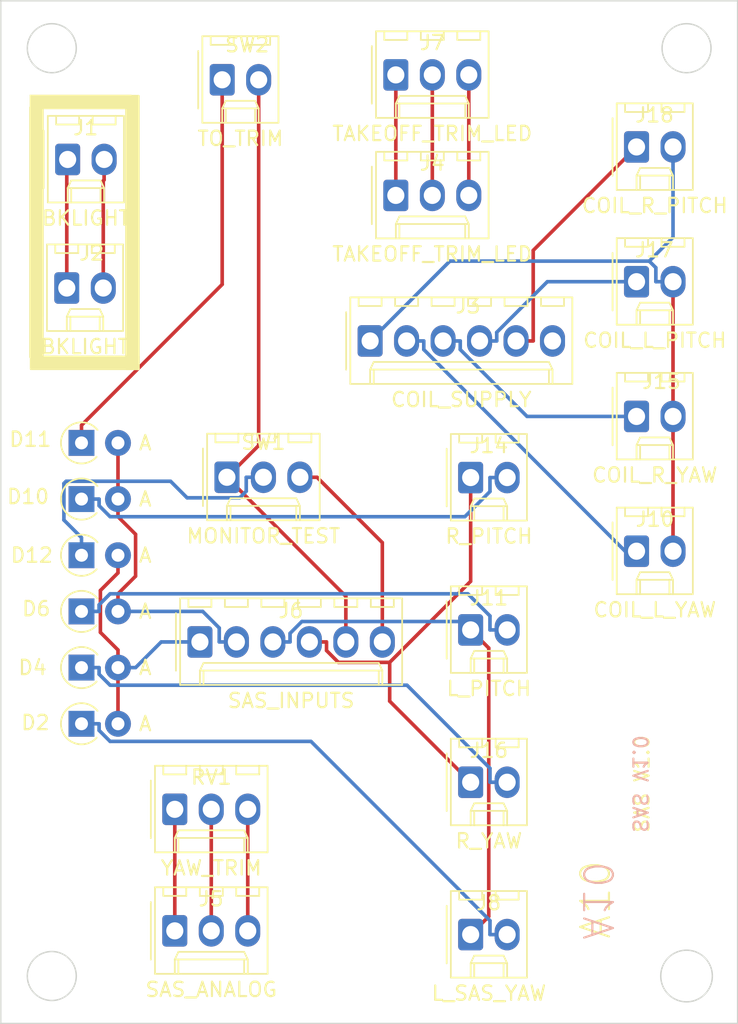
<source format=kicad_pcb>
(kicad_pcb (version 20221018) (generator pcbnew)
  (layers (0 "F.Cu" signal) (31 "B.Cu" signal) (34 "B.Paste" user) (35 "F.Paste" user) (36 "B.SilkS" user "B.Silkscreen") (37 "F.SilkS" user "F.Silkscreen") (38 "B.Mask" user) (39 "F.Mask" user) (44 "Edge.Cuts" user))
  (net 0 "")
  (net 1 "/COIL_28V")
  (net 2 "/COIL_L_YAW")
  (net 3 "Net-(D2-K)")
  (net 4 "/COL9")
  (net 5 "/COIL_R_YAW")
  (net 6 "Net-(D4-K)")
  (net 7 "/COIL_L_PITCH")
  (net 8 "Net-(D6-K)")
  (net 9 "/COL10")
  (net 10 "/COIL_R_PITCH")
  (net 11 "Net-(D10-K)")
  (net 12 "Net-(D11-K)")
  (net 13 "/ROW0")
  (net 14 "/ROW1")
  (net 15 "/ROW2")
  (net 16 "Net-(D12-K)")
  (net 17 "Net-(J1-Pin_1)")
  (net 18 "Net-(J1-Pin_2)")
  (net 20 "/ANALOG_5V")
  (net 21 "/YAW_TRIM")
  (net 22 "/ANALOG_GND")
  (net 23 "/ROW3")
  (net 24 "Net-(J4-Pin_3)")
  (net 25 "Net-(J4-Pin_2)")
  (net 26 "Net-(J4-Pin_1)")
  (footprint "Diode_THT:D_A-405_P2.54mm_Vertical_AnodeUp" (layer "F.Cu") (at 111.415 90.504)
    (fp_text reference "D4" (at -3.405 0) (layer "F.SilkS"))
    (fp_text value "D")
    (fp_text user "A" (at 4.44 0) (layer "F.SilkS"))
    (pad "1" thru_hole rect (at 0 0) (size 1.8 1.8) (drill 0.9) (layers "*.Cu" "*.Mask") (net 6 "Net-(D4-K)"))
    (pad "2" thru_hole oval (at 2.54 0) (size 1.8 1.8) (drill 0.9) (layers "*.Cu" "*.Mask") (net 4 "/COL9"))
  )
  (footprint "Connector_Molex:Molex_KK-254_AE-6410-03A_1x03_P2.54mm_Vertical" (layer "F.Cu") (at 117.91 108.81)
    (fp_text reference "J5" (at 2.53 -2.22) (layer "F.SilkS"))
    (fp_text value "SAS_ANALOG" (at 2.54 4.08) (layer "F.SilkS"))
    (pad "1" thru_hole roundrect (at 0 0) (size 1.74 2.19) (drill 1.19) (layers "*.Cu" "*.Mask") (roundrect_rratio 0.1436781609) (net 20 "/ANALOG_5V"))
    (pad "2" thru_hole oval (at 2.54 0) (size 1.74 2.19) (drill 1.19) (layers "*.Cu" "*.Mask") (net 21 "/YAW_TRIM"))
    (pad "3" thru_hole oval (at 5.08 0) (size 1.74 2.19) (drill 1.19) (layers "*.Cu" "*.Mask") (net 22 "/ANALOG_GND"))
  )
  (footprint "Connector_Molex:Molex_KK-254_AE-6410-03A_1x03_P2.54mm_Vertical" (layer "F.Cu") (at 133.3 57.67)
    (fp_text reference "J4" (at 2.54 -2.24) (layer "F.SilkS"))
    (fp_text value "TAKEOFF_TRIM_LED" (at 2.54 4.08) (layer "F.SilkS"))
    (pad "1" thru_hole roundrect (at 0 0) (size 1.74 2.19) (drill 1.19) (layers "*.Cu" "*.Mask") (roundrect_rratio 0.1436781609) (net 26 "Net-(J4-Pin_1)"))
    (pad "2" thru_hole oval (at 2.54 0) (size 1.74 2.19) (drill 1.19) (layers "*.Cu" "*.Mask") (net 25 "Net-(J4-Pin_2)"))
    (pad "3" thru_hole oval (at 5.08 0) (size 1.74 2.19) (drill 1.19) (layers "*.Cu" "*.Mask") (net 24 "Net-(J4-Pin_3)"))
  )
  (footprint "Diode_THT:D_A-405_P2.54mm_Vertical_AnodeUp" (layer "F.Cu") (at 111.415 78.786)
    (fp_text reference "D10" (at -3.72 -0.17) (layer "F.SilkS"))
    (fp_text value "D")
    (fp_text user "A" (at 4.44 0) (layer "F.SilkS"))
    (pad "1" thru_hole rect (at 0 0) (size 1.8 1.8) (drill 0.9) (layers "*.Cu" "*.Mask") (net 11 "Net-(D10-K)"))
    (pad "2" thru_hole oval (at 2.54 0) (size 1.8 1.8) (drill 0.9) (layers "*.Cu" "*.Mask") (net 9 "/COL10"))
  )
  (footprint "Connector_Molex:Molex_KK-254_AE-6410-02A_1x02_P2.54mm_Vertical" (layer "F.Cu") (at 138.51 109.07)
    (fp_text reference "J8" (at 1.26 -2.21) (layer "F.SilkS"))
    (fp_text value "L_SAS_YAW" (at 1.27 4.08) (layer "F.SilkS"))
    (pad "1" thru_hole roundrect (at 0 0) (size 1.74 2.19) (drill 1.19) (layers "*.Cu" "*.Mask") (roundrect_rratio 0.1436781609) (net 13 "/ROW0"))
    (pad "2" thru_hole oval (at 2.54 0) (size 1.74 2.19) (drill 1.19) (layers "*.Cu" "*.Mask") (net 3 "Net-(D2-K)"))
  )
  (footprint "Connector_Molex:Molex_KK-254_AE-6410-03A_1x03_P2.54mm_Vertical" (layer "F.Cu") (at 133.3 49.29)
    (fp_text reference "J7" (at 2.55 -2.24) (layer "F.SilkS"))
    (fp_text value "TAKEOFF_TRIM_LED" (at 2.54 4.08) (layer "F.SilkS"))
    (pad "1" thru_hole roundrect (at 0 0) (size 1.74 2.19) (drill 1.19) (layers "*.Cu" "*.Mask") (roundrect_rratio 0.1436781609) (net 26 "Net-(J4-Pin_1)"))
    (pad "2" thru_hole oval (at 2.54 0) (size 1.74 2.19) (drill 1.19) (layers "*.Cu" "*.Mask") (net 25 "Net-(J4-Pin_2)"))
    (pad "3" thru_hole oval (at 5.08 0) (size 1.74 2.19) (drill 1.19) (layers "*.Cu" "*.Mask") (net 24 "Net-(J4-Pin_3)"))
  )
  (footprint "Connector_Molex:Molex_KK-254_AE-6410-02A_1x02_P2.54mm_Vertical" (layer "F.Cu") (at 110.39 64.11)
    (fp_text reference "J2" (at 1.74 -2.43) (layer "F.SilkS"))
    (fp_text value "BKLIGHT" (at 1.27 4.08) (layer "F.SilkS"))
    (pad "1" thru_hole roundrect (at 0 0) (size 1.74 2.19) (drill 1.19) (layers "*.Cu" "*.Mask") (roundrect_rratio 0.1436781609) (net 17 "Net-(J1-Pin_1)"))
    (pad "2" thru_hole oval (at 2.54 0) (size 1.74 2.19) (drill 1.19) (layers "*.Cu" "*.Mask") (net 18 "Net-(J1-Pin_2)"))
  )
  (footprint "Connector_Molex:Molex_KK-254_AE-6410-02A_1x02_P2.54mm_Vertical" (layer "F.Cu") (at 150.06 73.04)
    (fp_text reference "J15" (at 1.74 -2.43) (layer "F.SilkS"))
    (fp_text value "COIL_R_YAW" (at 1.27 4.08) (layer "F.SilkS"))
    (pad "1" thru_hole roundrect (at 0 0) (size 1.74 2.19) (drill 1.19) (layers "*.Cu" "*.Mask") (roundrect_rratio 0.1436781609) (net 5 "/COIL_R_YAW"))
    (pad "2" thru_hole oval (at 2.54 0) (size 1.74 2.19) (drill 1.19) (layers "*.Cu" "*.Mask") (net 1 "/COIL_28V"))
  )
  (footprint "Diode_THT:D_A-405_P2.54mm_Vertical_AnodeUp" (layer "F.Cu") (at 111.415 74.88)
    (fp_text reference "D11" (at -3.565 -0.25) (layer "F.SilkS"))
    (fp_text value "D")
    (fp_text user "A" (at 4.44 0) (layer "F.SilkS"))
    (pad "1" thru_hole rect (at 0 0) (size 1.8 1.8) (drill 0.9) (layers "*.Cu" "*.Mask") (net 12 "Net-(D11-K)"))
    (pad "2" thru_hole oval (at 2.54 0) (size 1.8 1.8) (drill 0.9) (layers "*.Cu" "*.Mask") (net 9 "/COL10"))
  )
  (footprint "Diode_THT:D_A-405_P2.54mm_Vertical_AnodeUp" (layer "F.Cu") (at 111.415 82.692)
    (fp_text reference "D12" (at -3.46 0) (layer "F.SilkS"))
    (fp_text value "D")
    (fp_text user "A" (at 4.44 0) (layer "F.SilkS"))
    (pad "1" thru_hole rect (at 0 0) (size 1.8 1.8) (drill 0.9) (layers "*.Cu" "*.Mask") (net 16 "Net-(D12-K)"))
    (pad "2" thru_hole oval (at 2.54 0) (size 1.8 1.8) (drill 0.9) (layers "*.Cu" "*.Mask") (net 4 "/COL9"))
  )
  (footprint "Connector_Molex:Molex_KK-254_AE-6410-02A_1x02_P2.54mm_Vertical" (layer "F.Cu") (at 138.51 87.8833)
    (fp_text reference "J11" (at 1.27 -2.22) (layer "F.SilkS"))
    (fp_text value "L_PITCH" (at 1.27 4.08) (layer "F.SilkS"))
    (pad "1" thru_hole roundrect (at 0 0) (size 1.74 2.19) (drill 1.19) (layers "*.Cu" "*.Mask") (roundrect_rratio 0.1436781609) (net 13 "/ROW0"))
    (pad "2" thru_hole oval (at 2.54 0) (size 1.74 2.19) (drill 1.19) (layers "*.Cu" "*.Mask") (net 8 "Net-(D6-K)"))
  )
  (footprint "Connector_Molex:Molex_KK-254_AE-6410-06A_1x06_P2.54mm_Vertical" (layer "F.Cu") (at 131.51 67.79)
    (fp_text reference "J3" (at 6.82 -2.43) (layer "F.SilkS"))
    (fp_text value "COIL_SUPPLY" (at 6.35 4.08) (layer "F.SilkS"))
    (pad "1" thru_hole roundrect (at 0 0) (size 1.74 2.19) (drill 1.19) (layers "*.Cu" "*.Mask") (roundrect_rratio 0.1436781609) (net 1 "/COIL_28V"))
    (pad "2" thru_hole oval (at 2.54 0) (size 1.74 2.19) (drill 1.19) (layers "*.Cu" "*.Mask") (net 2 "/COIL_L_YAW"))
    (pad "3" thru_hole oval (at 5.08 0) (size 1.74 2.19) (drill 1.19) (layers "*.Cu" "*.Mask") (net 5 "/COIL_R_YAW"))
    (pad "4" thru_hole oval (at 7.62 0) (size 1.74 2.19) (drill 1.19) (layers "*.Cu" "*.Mask") (net 7 "/COIL_L_PITCH"))
    (pad "5" thru_hole oval (at 10.16 0) (size 1.74 2.19) (drill 1.19) (layers "*.Cu" "*.Mask") (net 10 "/COIL_R_PITCH"))
    (pad "6" thru_hole oval (at 12.7 0) (size 1.74 2.19) (drill 1.19) (layers "*.Cu" "*.Mask"))
  )
  (footprint "Connector_Molex:Molex_KK-254_AE-6410-02A_1x02_P2.54mm_Vertical" (layer "F.Cu") (at 150.06 63.67)
    (fp_text reference "J17" (at 1.24 -2.21) (layer "F.SilkS"))
    (fp_text value "COIL_L_PITCH" (at 1.27 4.08) (layer "F.SilkS"))
    (pad "1" thru_hole roundrect (at 0 0) (size 1.74 2.19) (drill 1.19) (layers "*.Cu" "*.Mask") (roundrect_rratio 0.1436781609) (net 7 "/COIL_L_PITCH"))
    (pad "2" thru_hole oval (at 2.54 0) (size 1.74 2.19) (drill 1.19) (layers "*.Cu" "*.Mask") (net 1 "/COIL_28V"))
  )
  (footprint "Connector_Molex:Molex_KK-254_AE-6410-02A_1x02_P2.54mm_Vertical" (layer "F.Cu") (at 138.51 98.4767)
    (fp_text reference "J16" (at 1.27 -2.21) (layer "F.SilkS"))
    (fp_text value "R_YAW" (at 1.27 4.08) (layer "F.SilkS"))
    (pad "1" thru_hole roundrect (at 0 0) (size 1.74 2.19) (drill 1.19) (layers "*.Cu" "*.Mask") (roundrect_rratio 0.1436781609) (net 14 "/ROW1"))
    (pad "2" thru_hole oval (at 2.54 0) (size 1.74 2.19) (drill 1.19) (layers "*.Cu" "*.Mask") (net 6 "Net-(D4-K)"))
  )
  (footprint "Diode_THT:D_A-405_P2.54mm_Vertical_AnodeUp" (layer "F.Cu") (at 111.415 86.598)
    (fp_text reference "D6" (at -3.15 -0.185) (layer "F.SilkS"))
    (fp_text value "D")
    (fp_text user "A" (at 4.44 0) (layer "F.SilkS"))
    (pad "1" thru_hole rect (at 0 0) (size 1.8 1.8) (drill 0.9) (layers "*.Cu" "*.Mask") (net 8 "Net-(D6-K)"))
    (pad "2" thru_hole oval (at 2.54 0) (size 1.8 1.8) (drill 0.9) (layers "*.Cu" "*.Mask") (net 9 "/COL10"))
  )
  (footprint "Connector_Molex:Molex_KK-254_AE-6410-03A_1x03_P2.54mm_Vertical" (layer "F.Cu") (at 121.54 77.27)
    (fp_text reference "SW1" (at 2.54 -2.43) (layer "F.SilkS"))
    (fp_text value "MONITOR_TEST" (at 2.54 4.08) (layer "F.SilkS"))
    (pad "1" thru_hole roundrect (at 0 0) (size 1.74 2.19) (drill 1.19) (layers "*.Cu" "*.Mask") (roundrect_rratio 0.1436781609) (net 15 "/ROW2"))
    (pad "2" thru_hole oval (at 2.54 0) (size 1.74 2.19) (drill 1.19) (layers "*.Cu" "*.Mask") (net 16 "Net-(D12-K)"))
    (pad "3" thru_hole oval (at 5.08 0) (size 1.74 2.19) (drill 1.19) (layers "*.Cu" "*.Mask") (net 23 "/ROW3"))
  )
  (footprint "Connector_Molex:Molex_KK-254_AE-6410-02A_1x02_P2.54mm_Vertical" (layer "F.Cu") (at 150.06 82.41)
    (fp_text reference "J10" (at 1.29 -2.22) (layer "F.SilkS"))
    (fp_text value "COIL_L_YAW" (at 1.27 4.08) (layer "F.SilkS"))
    (pad "1" thru_hole roundrect (at 0 0) (size 1.74 2.19) (drill 1.19) (layers "*.Cu" "*.Mask") (roundrect_rratio 0.1436781609) (net 2 "/COIL_L_YAW"))
    (pad "2" thru_hole oval (at 2.54 0) (size 1.74 2.19) (drill 1.19) (layers "*.Cu" "*.Mask") (net 1 "/COIL_28V"))
  )
  (footprint "Connector_Molex:Molex_KK-254_AE-6410-02A_1x02_P2.54mm_Vertical" (layer "F.Cu") (at 150.06 54.3)
    (fp_text reference "J18" (at 1.26 -2.22) (layer "F.SilkS"))
    (fp_text value "COIL_R_PITCH" (at 1.27 4.08) (layer "F.SilkS"))
    (pad "1" thru_hole roundrect (at 0 0) (size 1.74 2.19) (drill 1.19) (layers "*.Cu" "*.Mask") (roundrect_rratio 0.1436781609) (net 10 "/COIL_R_PITCH"))
    (pad "2" thru_hole oval (at 2.54 0) (size 1.74 2.19) (drill 1.19) (layers "*.Cu" "*.Mask") (net 1 "/COIL_28V"))
  )
  (footprint "Connector_Molex:Molex_KK-254_AE-6410-03A_1x03_P2.54mm_Vertical" (layer "F.Cu") (at 117.91 100.36)
    (fp_text reference "RV1" (at 2.54 -2.23) (layer "F.SilkS"))
    (fp_text value "YAW_TRIM" (at 2.54 4.08) (layer "F.SilkS"))
    (pad "1" thru_hole roundrect (at 0 0) (size 1.74 2.19) (drill 1.19) (layers "*.Cu" "*.Mask") (roundrect_rratio 0.1436781609) (net 20 "/ANALOG_5V"))
    (pad "2" thru_hole oval (at 2.54 0) (size 1.74 2.19) (drill 1.19) (layers "*.Cu" "*.Mask") (net 21 "/YAW_TRIM"))
    (pad "3" thru_hole oval (at 5.08 0) (size 1.74 2.19) (drill 1.19) (layers "*.Cu" "*.Mask") (net 22 "/ANALOG_GND"))
  )
  (footprint "Connector_Molex:Molex_KK-254_AE-6410-02A_1x02_P2.54mm_Vertical" (layer "F.Cu") (at 138.51 77.29)
    (fp_text reference "J14" (at 1.27 -2.22) (layer "F.SilkS"))
    (fp_text value "R_PITCH" (at 1.27 4.08) (layer "F.SilkS"))
    (pad "1" thru_hole roundrect (at 0 0) (size 1.74 2.19) (drill 1.19) (layers "*.Cu" "*.Mask") (roundrect_rratio 0.1436781609) (net 14 "/ROW1"))
    (pad "2" thru_hole oval (at 2.54 0) (size 1.74 2.19) (drill 1.19) (layers "*.Cu" "*.Mask") (net 11 "Net-(D10-K)"))
  )
  (footprint "Connector_Molex:Molex_KK-254_AE-6410-02A_1x02_P2.54mm_Vertical" (layer "F.Cu") (at 121.21 49.63)
    (fp_text reference "SW2" (at 1.74 -2.43) (layer "F.SilkS"))
    (fp_text value "TO_TRIM" (at 1.27 4.08) (layer "F.SilkS"))
    (pad "1" thru_hole roundrect (at 0 0) (size 1.74 2.19) (drill 1.19) (layers "*.Cu" "*.Mask") (roundrect_rratio 0.1436781609) (net 12 "Net-(D11-K)"))
    (pad "2" thru_hole oval (at 2.54 0) (size 1.74 2.19) (drill 1.19) (layers "*.Cu" "*.Mask") (net 15 "/ROW2"))
  )
  (footprint "Connector_Molex:Molex_KK-254_AE-6410-02A_1x02_P2.54mm_Vertical" (layer "F.Cu") (at 110.45 55.17)
    (fp_text reference "J1" (at 1.26 -2.2) (layer "F.SilkS"))
    (fp_text value "BKLIGHT" (at 1.27 4.08) (layer "F.SilkS"))
    (pad "1" thru_hole roundrect (at 0 0) (size 1.74 2.19) (drill 1.19) (layers "*.Cu" "*.Mask") (roundrect_rratio 0.1436781609) (net 17 "Net-(J1-Pin_1)"))
    (pad "2" thru_hole oval (at 2.54 0) (size 1.74 2.19) (drill 1.19) (layers "*.Cu" "*.Mask") (net 18 "Net-(J1-Pin_2)"))
  )
  (footprint "Connector_Molex:Molex_KK-254_AE-6410-06A_1x06_P2.54mm_Vertical" (layer "F.Cu") (at 119.66 88.72)
    (fp_text reference "J6" (at 6.34 -2.17) (layer "F.SilkS"))
    (fp_text value "SAS_INPUTS" (at 6.35 4.08) (layer "F.SilkS"))
    (pad "1" thru_hole roundrect (at 0 0) (size 1.74 2.19) (drill 1.19) (layers "*.Cu" "*.Mask") (roundrect_rratio 0.1436781609) (net 4 "/COL9"))
    (pad "2" thru_hole oval (at 2.54 0) (size 1.74 2.19) (drill 1.19) (layers "*.Cu" "*.Mask") (net 9 "/COL10"))
    (pad "3" thru_hole oval (at 5.08 0) (size 1.74 2.19) (drill 1.19) (layers "*.Cu" "*.Mask") (net 13 "/ROW0"))
    (pad "4" thru_hole oval (at 7.62 0) (size 1.74 2.19) (drill 1.19) (layers "*.Cu" "*.Mask") (net 14 "/ROW1"))
    (pad "5" thru_hole oval (at 10.16 0) (size 1.74 2.19) (drill 1.19) (layers "*.Cu" "*.Mask") (net 15 "/ROW2"))
    (pad "6" thru_hole oval (at 12.7 0) (size 1.74 2.19) (drill 1.19) (layers "*.Cu" "*.Mask") (net 23 "/ROW3"))
  )
  (footprint "Diode_THT:D_A-405_P2.54mm_Vertical_AnodeUp" (layer "F.Cu") (at 111.415 94.41)
    (fp_text reference "D2" (at -3.21 -0.08) (layer "F.SilkS"))
    (fp_text value "D")
    (fp_text user "A" (at 4.44 0) (layer "F.SilkS"))
    (pad "1" thru_hole rect (at 0 0) (size 1.8 1.8) (drill 0.9) (layers "*.Cu" "*.Mask") (net 3 "Net-(D2-K)"))
    (pad "2" thru_hole oval (at 2.54 0) (size 1.8 1.8) (drill 0.9) (layers "*.Cu" "*.Mask") (net 4 "/COL9"))
  )
  (gr_rect (start 115.39 50.7546) (end 114.53 69.74) (stroke (width 0.15)) (fill solid) (layer "F.SilkS"))
  (gr_rect (start 108.71 51.5823) (end 107.85 68.9177) (stroke (width 0.15)) (fill solid) (layer "F.SilkS"))
  (gr_rect (start 115.39 68.88) (end 107.89 69.74) (stroke (width 0.15)) (fill solid) (layer "F.SilkS"))
  (gr_rect (start 114.87 50.7423) (end 107.88 51.6023) (stroke (width 0.15)) (fill solid) (layer "F.SilkS"))
  (gr_rect locked (start 105.79 44.132) (end 157.098 115.252) (stroke (width 0.1)) (fill none) (layer "Edge.Cuts"))
  (gr_circle locked (center 153.542 47.434) (end 154.304 45.91) (stroke (width 0.1)) (fill none) (layer "Edge.Cuts"))
  (gr_circle locked (center 109.346 47.434) (end 110.108 45.91) (stroke (width 0.1)) (fill none) (layer "Edge.Cuts"))
  (gr_circle locked (center 109.346 111.95) (end 110.108 110.426) (stroke (width 0.1)) (fill none) (layer "Edge.Cuts"))
  (gr_circle locked (center 153.542 111.95) (end 153.796 110.172) (stroke (width 0.1)) (fill none) (layer "Edge.Cuts"))
  (gr_text "SAS V1.0" (at 149.71 102.07 -90) (layer "B.SilkS") (effects (font (size 1 1)) (justify left bottom mirror)))
  (gr_text "A10" (at 146.16 109.57 -90) (layer "B.SilkS") (effects (font (size 2 2)) (justify left bottom mirror)))
  (gr_text "A10" (at 148.39 109.49 90) (layer "F.SilkS") (effects (font (size 2 2)) (justify left bottom)))
  (gr_text "SAS V1.0" (at 151.03 102.07 90) (layer "F.SilkS") (effects (font (size 1 1)) (justify left bottom)))
  (segment (start 152.6 73.04) (end 152.6 63.67) (width 0.25) (layer "F.Cu") (net 1))
  (segment (start 152.6 82.41) (end 152.6 73.04) (width 0.25) (layer "F.Cu") (net 1))
  (segment (start 151.4047 63.67) (end 151.4047 62.6988) (width 0.25) (layer "B.Cu") (net 1))
  (segment (start 137.0608 62.2392) (end 131.51 67.79) (width 0.25) (layer "B.Cu") (net 1))
  (segment (start 152.6 63.67) (end 151.4047 63.67) (width 0.25) (layer "B.Cu") (net 1))
  (segment (start 152.6 60.5843) (end 152.6 54.3) (width 0.25) (layer "B.Cu") (net 1))
  (segment (start 150.9451 62.2392) (end 152.6 60.5843) (width 0.25) (layer "B.Cu") (net 1))
  (segment (start 150.9451 62.2392) (end 137.0608 62.2392) (width 0.25) (layer "B.Cu") (net 1))
  (segment (start 151.4047 62.6988) (end 150.9451 62.2392) (width 0.25) (layer "B.Cu") (net 1))
  (segment (start 134.05 67.79) (end 135.2453 67.79) (width 0.25) (layer "B.Cu") (net 2))
  (segment (start 135.2453 68.3876) (end 135.2453 67.79) (width 0.25) (layer "B.Cu") (net 2))
  (segment (start 149.2677 82.41) (end 135.2453 68.3876) (width 0.25) (layer "B.Cu") (net 2))
  (segment (start 150.06 82.41) (end 149.2677 82.41) (width 0.25) (layer "B.Cu") (net 2))
  (segment (start 127.3912 95.6353) (end 113.406 95.6353) (width 0.25) (layer "B.Cu") (net 3))
  (segment (start 141.05 109.07) (end 139.8547 109.07) (width 0.25) (layer "B.Cu") (net 3))
  (segment (start 139.8547 109.07) (end 139.8547 108.0988) (width 0.25) (layer "B.Cu") (net 3))
  (segment (start 112.6403 94.8696) (end 112.6403 94.41) (width 0.25) (layer "B.Cu") (net 3))
  (segment (start 111.415 94.41) (end 112.6403 94.41) (width 0.25) (layer "B.Cu") (net 3))
  (segment (start 113.406 95.6353) (end 112.6403 94.8696) (width 0.25) (layer "B.Cu") (net 3))
  (segment (start 139.8547 108.0988) (end 127.3912 95.6353) (width 0.25) (layer "B.Cu") (net 3))
  (segment (start 112.7297 88.0534) (end 113.955 89.2787) (width 0.25) (layer "F.Cu") (net 4))
  (segment (start 113.955 90.504) (end 113.955 89.2787) (width 0.25) (layer "F.Cu") (net 4))
  (segment (start 113.955 94.41) (end 113.955 90.504) (width 0.25) (layer "F.Cu") (net 4))
  (segment (start 112.7297 85.1426) (end 112.7297 88.0534) (width 0.25) (layer "F.Cu") (net 4))
  (segment (start 113.955 82.692) (end 113.955 83.9173) (width 0.25) (layer "F.Cu") (net 4))
  (segment (start 113.955 83.9173) (end 112.7297 85.1426) (width 0.25) (layer "F.Cu") (net 4))
  (segment (start 116.9643 88.72) (end 115.1803 90.504) (width 0.25) (layer "B.Cu") (net 4))
  (segment (start 119.66 88.72) (end 116.9643 88.72) (width 0.25) (layer "B.Cu") (net 4))
  (segment (start 113.955 90.504) (end 115.1803 90.504) (width 0.25) (layer "B.Cu") (net 4))
  (segment (start 137.7853 68.3877) (end 137.7853 67.79) (width 0.25) (layer "B.Cu") (net 5))
  (segment (start 150.06 73.04) (end 142.4376 73.04) (width 0.25) (layer "B.Cu") (net 5))
  (segment (start 136.59 67.79) (end 137.7853 67.79) (width 0.25) (layer "B.Cu") (net 5))
  (segment (start 142.4376 73.04) (end 137.7853 68.3877) (width 0.25) (layer "B.Cu") (net 5))
  (segment (start 139.8547 97.5055) (end 134.0785 91.7293) (width 0.25) (layer "B.Cu") (net 6))
  (segment (start 141.05 98.4767) (end 139.8547 98.4767) (width 0.25) (layer "B.Cu") (net 6))
  (segment (start 111.415 90.504) (end 112.6403 90.504) (width 0.25) (layer "B.Cu") (net 6))
  (segment (start 139.8547 98.4767) (end 139.8547 97.5055) (width 0.25) (layer "B.Cu") (net 6))
  (segment (start 113.406 91.7293) (end 112.6403 90.9636) (width 0.25) (layer "B.Cu") (net 6))
  (segment (start 134.0785 91.7293) (end 113.406 91.7293) (width 0.25) (layer "B.Cu") (net 6))
  (segment (start 112.6403 90.9636) (end 112.6403 90.504) (width 0.25) (layer "B.Cu") (net 6))
  (segment (start 150.06 63.67) (end 143.8476 63.67) (width 0.25) (layer "B.Cu") (net 7))
  (segment (start 143.8476 63.67) (end 140.3253 67.1923) (width 0.25) (layer "B.Cu") (net 7))
  (segment (start 139.13 67.79) (end 140.3253 67.79) (width 0.25) (layer "B.Cu") (net 7))
  (segment (start 140.3253 67.1923) (end 140.3253 67.79) (width 0.25) (layer "B.Cu") (net 7))
  (segment (start 139.8547 87.8833) (end 139.8547 86.9121) (width 0.25) (layer "B.Cu") (net 8))
  (segment (start 138.3153 85.3727) (end 113.406 85.3727) (width 0.25) (layer "B.Cu") (net 8))
  (segment (start 113.406 85.3727) (end 112.6403 86.1384) (width 0.25) (layer "B.Cu") (net 8))
  (segment (start 141.05 87.8833) (end 139.8547 87.8833) (width 0.25) (layer "B.Cu") (net 8))
  (segment (start 139.8547 86.9121) (end 138.3153 85.3727) (width 0.25) (layer "B.Cu") (net 8))
  (segment (start 112.6403 86.1384) (end 112.6403 86.598) (width 0.25) (layer "B.Cu") (net 8))
  (segment (start 111.415 86.598) (end 112.6403 86.598) (width 0.25) (layer "B.Cu") (net 8))
  (segment (start 115.1803 84.1474) (end 115.1803 81.2366) (width 0.25) (layer "F.Cu") (net 9))
  (segment (start 113.955 85.3727) (end 115.1803 84.1474) (width 0.25) (layer "F.Cu") (net 9))
  (segment (start 115.1803 81.2366) (end 113.955 80.0113) (width 0.25) (layer "F.Cu") (net 9))
  (segment (start 113.955 78.786) (end 113.955 80.0113) (width 0.25) (layer "F.Cu") (net 9))
  (segment (start 113.955 86.598) (end 113.955 85.3727) (width 0.25) (layer "F.Cu") (net 9))
  (segment (start 113.955 78.786) (end 113.955 74.88) (width 0.25) (layer "F.Cu") (net 9))
  (segment (start 119.8539 86.598) (end 113.955 86.598) (width 0.25) (layer "B.Cu") (net 9))
  (segment (start 122.2 88.72) (end 121.0047 88.72) (width 0.25) (layer "B.Cu") (net 9))
  (segment (start 121.0047 87.7488) (end 119.8539 86.598) (width 0.25) (layer "B.Cu") (net 9))
  (segment (start 121.0047 88.72) (end 121.0047 87.7488) (width 0.25) (layer "B.Cu") (net 9))
  (segment (start 141.67 67.79) (end 142.8653 67.79) (width 0.25) (layer "F.Cu") (net 10))
  (segment (start 142.8653 61.4947) (end 142.8653 67.79) (width 0.25) (layer "F.Cu") (net 10))
  (segment (start 150.06 54.3) (end 142.8653 61.4947) (width 0.25) (layer "F.Cu") (net 10))
  (segment (start 112.6403 79.2456) (end 112.6403 78.786) (width 0.25) (layer "B.Cu") (net 11))
  (segment (start 141.05 77.29) (end 139.8547 77.29) (width 0.25) (layer "B.Cu") (net 11))
  (segment (start 111.415 78.786) (end 112.6403 78.786) (width 0.25) (layer "B.Cu") (net 11))
  (segment (start 139.8547 78.2612) (end 138.1046 80.0113) (width 0.25) (layer "B.Cu") (net 11))
  (segment (start 138.1046 80.0113) (end 113.406 80.0113) (width 0.25) (layer "B.Cu") (net 11))
  (segment (start 139.8547 77.29) (end 139.8547 78.2612) (width 0.25) (layer "B.Cu") (net 11))
  (segment (start 113.406 80.0113) (end 112.6403 79.2456) (width 0.25) (layer "B.Cu") (net 11))
  (segment (start 121.21 49.63) (end 121.21 63.8597) (width 0.25) (layer "F.Cu") (net 12))
  (segment (start 111.415 74.88) (end 111.415 73.6547) (width 0.25) (layer "F.Cu") (net 12))
  (segment (start 121.21 63.8597) (end 111.415 73.6547) (width 0.25) (layer "F.Cu") (net 12))
  (segment (start 138.51 109.07) (end 139.7706 107.8094) (width 0.25) (layer "F.Cu") (net 13))
  (segment (start 139.7706 89.1439) (end 138.51 87.8833) (width 0.25) (layer "F.Cu") (net 13))
  (segment (start 139.7706 107.8094) (end 139.7706 89.1439) (width 0.25) (layer "F.Cu") (net 13))
  (segment (start 138.51 87.8833) (end 137.9262 87.2995) (width 0.25) (layer "B.Cu") (net 13))
  (segment (start 126.7581 87.2995) (end 125.9353 88.1223) (width 0.25) (layer "B.Cu") (net 13))
  (segment (start 137.9262 87.2995) (end 126.7581 87.2995) (width 0.25) (layer "B.Cu") (net 13))
  (segment (start 124.74 88.72) (end 125.9353 88.72) (width 0.25) (layer "B.Cu") (net 13))
  (segment (start 125.9353 88.1223) (end 125.9353 88.72) (width 0.25) (layer "B.Cu") (net 13))
  (segment (start 138.51 84.5026) (end 132.8722 90.1404) (width 0.25) (layer "F.Cu") (net 14))
  (segment (start 128.4753 89.3177) (end 128.4753 88.72) (width 0.25) (layer "F.Cu") (net 14))
  (segment (start 138.51 77.29) (end 138.51 84.5026) (width 0.25) (layer "F.Cu") (net 14))
  (segment (start 132.8722 90.1404) (end 129.298 90.1404) (width 0.25) (layer "F.Cu") (net 14))
  (segment (start 127.28 88.72) (end 128.4753 88.72) (width 0.25) (layer "F.Cu") (net 14))
  (segment (start 132.8722 92.8389) (end 132.8722 90.1404) (width 0.25) (layer "F.Cu") (net 14))
  (segment (start 129.298 90.1404) (end 128.4753 89.3177) (width 0.25) (layer "F.Cu") (net 14))
  (segment (start 138.51 98.4767) (end 132.8722 92.8389) (width 0.25) (layer "F.Cu") (net 14))
  (segment (start 123.75 75.06) (end 121.54 77.27) (width 0.25) (layer "F.Cu") (net 15))
  (segment (start 121.54 77.27) (end 129.82 85.55) (width 0.25) (layer "F.Cu") (net 15))
  (segment (start 123.75 49.63) (end 123.75 75.06) (width 0.25) (layer "F.Cu") (net 15))
  (segment (start 129.82 85.55) (end 129.82 88.72) (width 0.25) (layer "F.Cu") (net 15))
  (segment (start 110.1896 80.2413) (end 110.1896 77.6997) (width 0.25) (layer "B.Cu") (net 16))
  (segment (start 122.8847 78.2412) (end 122.8847 77.27) (width 0.25) (layer "B.Cu") (net 16))
  (segment (start 117.6152 77.5468) (end 118.766 78.6976) (width 0.25) (layer "B.Cu") (net 16))
  (segment (start 124.08 77.27) (end 122.8847 77.27) (width 0.25) (layer "B.Cu") (net 16))
  (segment (start 118.766 78.6976) (end 122.4283 78.6976) (width 0.25) (layer "B.Cu") (net 16))
  (segment (start 110.3425 77.5468) (end 117.6152 77.5468) (width 0.25) (layer "B.Cu") (net 16))
  (segment (start 111.415 82.692) (end 111.415 81.4667) (width 0.25) (layer "B.Cu") (net 16))
  (segment (start 110.1896 77.6997) (end 110.3425 77.5468) (width 0.25) (layer "B.Cu") (net 16))
  (segment (start 122.4283 78.6976) (end 122.8847 78.2412) (width 0.25) (layer "B.Cu") (net 16))
  (segment (start 111.415 81.4667) (end 110.1896 80.2413) (width 0.25) (layer "B.Cu") (net 16))
  (segment (start 110.39 55.23) (end 110.39 64.11) (width 0.25) (layer "F.Cu") (net 17))
  (segment (start 110.45 55.17) (end 110.39 55.23) (width 0.25) (layer "F.Cu") (net 17))
  (segment (start 112.99 56.5903) (end 112.93 56.6503) (width 0.25) (layer "F.Cu") (net 18))
  (segment (start 112.93 56.6503) (end 112.93 64.11) (width 0.25) (layer "F.Cu") (net 18))
  (segment (start 112.99 55.17) (end 112.99 56.5903) (width 0.25) (layer "F.Cu") (net 18))
  (segment (start 117.91 108.81) (end 117.91 100.36) (width 0.25) (layer "F.Cu") (net 20))
  (segment (start 120.45 108.81) (end 120.45 100.36) (width 0.25) (layer "F.Cu") (net 21))
  (segment (start 122.99 108.81) (end 122.99 100.36) (width 0.25) (layer "F.Cu") (net 22))
  (segment (start 126.62 77.27) (end 127.8153 77.27) (width 0.25) (layer "F.Cu") (net 23))
  (segment (start 132.36 88.72) (end 132.36 81.8147) (width 0.25) (layer "F.Cu") (net 23))
  (segment (start 132.36 81.8147) (end 127.8153 77.27) (width 0.25) (layer "F.Cu") (net 23))
  (segment (start 138.38 57.67) (end 138.38 49.29) (width 0.25) (layer "F.Cu") (net 24))
  (segment (start 135.84 57.67) (end 135.84 49.29) (width 0.25) (layer "F.Cu") (net 25))
  (segment (start 133.3 57.67) (end 133.3 49.29) (width 0.25) (layer "F.Cu") (net 26))
)
</source>
